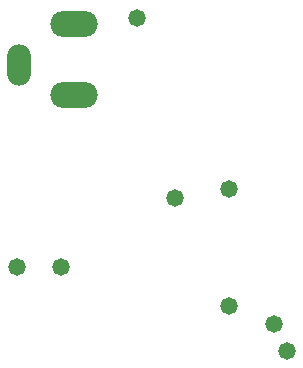
<source format=gbs>
%FSTAX23Y23*%
%MOIN*%
%SFA1B1*%

%IPPOS*%
%ADD23O,0.157606X0.086740*%
%ADD24O,0.078866X0.137921*%
%ADD25C,0.058000*%
%LNpcb_1-1*%
%LPD*%
G54D23*
X00275Y01428D03*
Y01665D03*
G54D24*
X00091Y01527D03*
G54D25*
X00985Y00575D03*
X0061Y01085D03*
X0094Y00665D03*
X0023Y00855D03*
X00085D03*
X0079Y01115D03*
Y00725D03*
X00485Y01685D03*
M02*
</source>
